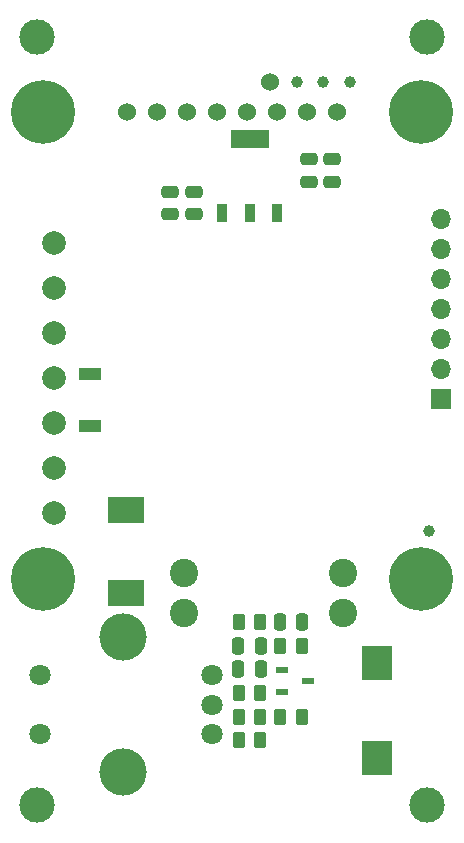
<source format=gbr>
%TF.GenerationSoftware,KiCad,Pcbnew,7.0.8*%
%TF.CreationDate,2023-10-06T19:47:04+02:00*%
%TF.ProjectId,AxxSolder,41787853-6f6c-4646-9572-2e6b69636164,rev?*%
%TF.SameCoordinates,Original*%
%TF.FileFunction,Soldermask,Top*%
%TF.FilePolarity,Negative*%
%FSLAX46Y46*%
G04 Gerber Fmt 4.6, Leading zero omitted, Abs format (unit mm)*
G04 Created by KiCad (PCBNEW 7.0.8) date 2023-10-06 19:47:04*
%MOMM*%
%LPD*%
G01*
G04 APERTURE LIST*
G04 Aperture macros list*
%AMRoundRect*
0 Rectangle with rounded corners*
0 $1 Rounding radius*
0 $2 $3 $4 $5 $6 $7 $8 $9 X,Y pos of 4 corners*
0 Add a 4 corners polygon primitive as box body*
4,1,4,$2,$3,$4,$5,$6,$7,$8,$9,$2,$3,0*
0 Add four circle primitives for the rounded corners*
1,1,$1+$1,$2,$3*
1,1,$1+$1,$4,$5*
1,1,$1+$1,$6,$7*
1,1,$1+$1,$8,$9*
0 Add four rect primitives between the rounded corners*
20,1,$1+$1,$2,$3,$4,$5,0*
20,1,$1+$1,$4,$5,$6,$7,0*
20,1,$1+$1,$6,$7,$8,$9,0*
20,1,$1+$1,$8,$9,$2,$3,0*%
G04 Aperture macros list end*
%ADD10RoundRect,0.250000X0.250000X0.475000X-0.250000X0.475000X-0.250000X-0.475000X0.250000X-0.475000X0*%
%ADD11RoundRect,0.250000X-0.250000X-0.475000X0.250000X-0.475000X0.250000X0.475000X-0.250000X0.475000X0*%
%ADD12C,3.000000*%
%ADD13RoundRect,0.250000X-0.475000X0.250000X-0.475000X-0.250000X0.475000X-0.250000X0.475000X0.250000X0*%
%ADD14RoundRect,0.250000X-0.262500X-0.450000X0.262500X-0.450000X0.262500X0.450000X-0.262500X0.450000X0*%
%ADD15R,1.050000X0.600000*%
%ADD16RoundRect,0.250000X0.262500X0.450000X-0.262500X0.450000X-0.262500X-0.450000X0.262500X-0.450000X0*%
%ADD17R,3.150000X2.200000*%
%ADD18R,2.500000X3.000000*%
%ADD19C,5.400000*%
%ADD20C,1.524000*%
%ADD21R,1.930000X1.000000*%
%ADD22R,0.950000X1.650000*%
%ADD23R,3.250000X1.650000*%
%ADD24C,1.800000*%
%ADD25C,4.000000*%
%ADD26C,2.000000*%
%ADD27C,1.000000*%
%ADD28C,2.400000*%
%ADD29R,1.700000X1.700000*%
%ADD30O,1.700000X1.700000*%
G04 APERTURE END LIST*
D10*
%TO.C,C9*%
X122450000Y-99500000D03*
X120550000Y-99500000D03*
%TD*%
D11*
%TO.C,C10*%
X117050000Y-103500000D03*
X118950000Y-103500000D03*
%TD*%
D12*
%TO.C,H2*%
X100000000Y-115000000D03*
%TD*%
D13*
%TO.C,C13*%
X123000000Y-60300000D03*
X123000000Y-62200000D03*
%TD*%
D12*
%TO.C,H3*%
X133000000Y-50000000D03*
%TD*%
D14*
%TO.C,R12*%
X117087500Y-99500000D03*
X118912500Y-99500000D03*
%TD*%
D13*
%TO.C,C6*%
X125000000Y-60300000D03*
X125000000Y-62200000D03*
%TD*%
D15*
%TO.C,Q2*%
X120700000Y-103550000D03*
X120700000Y-105450000D03*
X122900000Y-104500000D03*
%TD*%
D16*
%TO.C,R16*%
X122412500Y-101500000D03*
X120587500Y-101500000D03*
%TD*%
D17*
%TO.C,D8*%
X107500000Y-97000000D03*
X107500000Y-90000000D03*
%TD*%
D14*
%TO.C,R14*%
X117087500Y-107500000D03*
X118912500Y-107500000D03*
%TD*%
%TO.C,R11*%
X117087500Y-109500000D03*
X118912500Y-109500000D03*
%TD*%
D18*
%TO.C,LS1*%
X128750000Y-103000000D03*
X128750000Y-111000000D03*
%TD*%
D14*
%TO.C,R17*%
X120587500Y-107500000D03*
X122412500Y-107500000D03*
%TD*%
D13*
%TO.C,C19*%
X111250000Y-63050000D03*
X111250000Y-64950000D03*
%TD*%
D19*
%TO.C,D4*%
X132500000Y-95820000D03*
X132500000Y-56320000D03*
X100500000Y-95820000D03*
X100500000Y-56320000D03*
D20*
X125390000Y-56320000D03*
X122850000Y-56320000D03*
X120310000Y-56320000D03*
X117770000Y-56320000D03*
X115230000Y-56320000D03*
X112690000Y-56320000D03*
X110150000Y-56320000D03*
X107610000Y-56320000D03*
%TD*%
D21*
%TO.C,D7*%
X104500000Y-82900000D03*
X104500000Y-78500000D03*
%TD*%
D20*
%TO.C,TP3*%
X119750000Y-53750000D03*
%TD*%
D22*
%TO.C,PS1*%
X115700000Y-64900000D03*
X118000000Y-64900000D03*
X120300000Y-64900000D03*
D23*
X118000000Y-58600000D03*
%TD*%
D13*
%TO.C,C22*%
X113250000Y-63050000D03*
X113250000Y-64950000D03*
%TD*%
D16*
%TO.C,R13*%
X118912500Y-105500000D03*
X117087500Y-105500000D03*
%TD*%
D24*
%TO.C,U1*%
X100275000Y-109000000D03*
X100275000Y-104000000D03*
X114775000Y-109000000D03*
X114775000Y-106500000D03*
X114775000Y-104000000D03*
D25*
X107275000Y-100800000D03*
X107275000Y-112200000D03*
%TD*%
D11*
%TO.C,C8*%
X117050000Y-101500000D03*
X118950000Y-101500000D03*
%TD*%
D12*
%TO.C,H4*%
X100000000Y-50000000D03*
%TD*%
D26*
%TO.C,J1*%
X101400000Y-67370000D03*
X101400000Y-71180000D03*
X101400000Y-74990000D03*
X101400000Y-78800000D03*
X101400000Y-82610000D03*
X101400000Y-86420000D03*
X101400000Y-90230000D03*
%TD*%
D27*
%TO.C,TP1*%
X133200000Y-91800000D03*
%TD*%
D28*
%TO.C,F1*%
X125935000Y-98700000D03*
X125935000Y-95300000D03*
X112465000Y-98700000D03*
X112465000Y-95300000D03*
%TD*%
D29*
%TO.C,J4*%
X134225000Y-80600000D03*
D30*
X134225000Y-78060000D03*
X134225000Y-75520000D03*
X134225000Y-72980000D03*
X134225000Y-70440000D03*
X134225000Y-67900000D03*
X134225000Y-65360000D03*
%TD*%
D27*
%TO.C,TP9*%
X122000000Y-53750000D03*
%TD*%
D12*
%TO.C,H1*%
X133000000Y-115000000D03*
%TD*%
D27*
%TO.C,TP7*%
X124250000Y-53750000D03*
%TD*%
%TO.C,TP8*%
X126500000Y-53750000D03*
%TD*%
M02*

</source>
